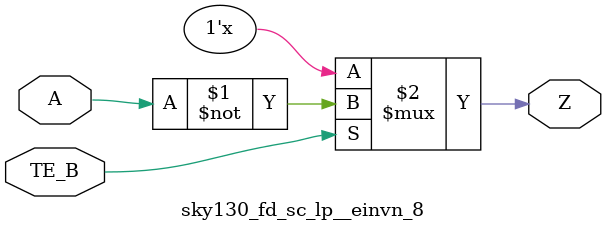
<source format=v>
/*
 * Copyright 2020 The SkyWater PDK Authors
 *
 * Licensed under the Apache License, Version 2.0 (the "License");
 * you may not use this file except in compliance with the License.
 * You may obtain a copy of the License at
 *
 *     https://www.apache.org/licenses/LICENSE-2.0
 *
 * Unless required by applicable law or agreed to in writing, software
 * distributed under the License is distributed on an "AS IS" BASIS,
 * WITHOUT WARRANTIES OR CONDITIONS OF ANY KIND, either express or implied.
 * See the License for the specific language governing permissions and
 * limitations under the License.
 *
 * SPDX-License-Identifier: Apache-2.0
*/


`ifndef SKY130_FD_SC_LP__EINVN_8_FUNCTIONAL_V
`define SKY130_FD_SC_LP__EINVN_8_FUNCTIONAL_V

/**
 * einvn: Tri-state inverter, negative enable.
 *
 * Verilog simulation functional model.
 */

`timescale 1ns / 1ps
`default_nettype none

`celldefine
module sky130_fd_sc_lp__einvn_8 (
    Z   ,
    A   ,
    TE_B
);

    // Module ports
    output Z   ;
    input  A   ;
    input  TE_B;

    //     Name     Output  Other arguments
    notif0 notif00 (Z     , A, TE_B        );

endmodule
`endcelldefine

`default_nettype wire
`endif  // SKY130_FD_SC_LP__EINVN_8_FUNCTIONAL_V

</source>
